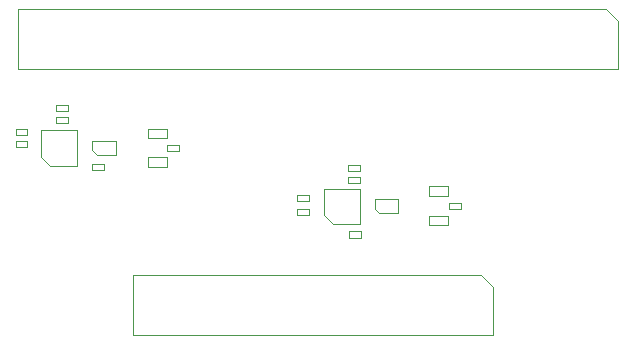
<source format=gbr>
%TF.GenerationSoftware,KiCad,Pcbnew,8.0.4*%
%TF.CreationDate,2024-08-02T21:30:08+02:00*%
%TF.ProjectId,HatV5,48617456-352e-46b6-9963-61645f706362,V2*%
%TF.SameCoordinates,Original*%
%TF.FileFunction,AssemblyDrawing,Bot*%
%FSLAX46Y46*%
G04 Gerber Fmt 4.6, Leading zero omitted, Abs format (unit mm)*
G04 Created by KiCad (PCBNEW 8.0.4) date 2024-08-02 21:30:08*
%MOMM*%
%LPD*%
G01*
G04 APERTURE LIST*
%ADD10C,0.100000*%
G04 APERTURE END LIST*
D10*
%TO.C,J5*%
X114192400Y-87809400D02*
X163992400Y-87809400D01*
X114192400Y-92889400D02*
X114192400Y-87809400D01*
X163992400Y-87809400D02*
X164992400Y-88809400D01*
X164992400Y-88809400D02*
X164992400Y-92889400D01*
X164992400Y-92889400D02*
X114192400Y-92889400D01*
%TO.C,C2*%
X117460778Y-96960822D02*
X118460778Y-96960822D01*
X117460778Y-97460822D02*
X117460778Y-96960822D01*
X118460778Y-96960822D02*
X118460778Y-97460822D01*
X118460778Y-97460822D02*
X117460778Y-97460822D01*
%TO.C,J6*%
X123932400Y-110349400D02*
X153412400Y-110349400D01*
X123932400Y-115429400D02*
X123932400Y-110349400D01*
X153412400Y-110349400D02*
X154412400Y-111349400D01*
X154412400Y-111349400D02*
X154412400Y-115429400D01*
X154412400Y-115429400D02*
X123932400Y-115429400D01*
%TO.C,C8*%
X137856978Y-104733222D02*
X138856978Y-104733222D01*
X137856978Y-105233222D02*
X137856978Y-104733222D01*
X138856978Y-104733222D02*
X138856978Y-105233222D01*
X138856978Y-105233222D02*
X137856978Y-105233222D01*
%TO.C,C5*%
X126858778Y-99294000D02*
X127858778Y-99294000D01*
X126858778Y-99794000D02*
X126858778Y-99294000D01*
X127858778Y-99294000D02*
X127858778Y-99794000D01*
X127858778Y-99794000D02*
X126858778Y-99794000D01*
%TO.C,C7*%
X142197778Y-102040822D02*
X143197778Y-102040822D01*
X142197778Y-102540822D02*
X142197778Y-102040822D01*
X143197778Y-102040822D02*
X143197778Y-102540822D01*
X143197778Y-102540822D02*
X142197778Y-102540822D01*
%TO.C,FL1*%
X120535400Y-98944000D02*
X120535400Y-99749000D01*
X120535400Y-99749000D02*
X120935400Y-100144000D01*
X122535400Y-98944000D02*
X120535400Y-98944000D01*
X122535400Y-98944000D02*
X122535400Y-100144000D01*
X122535400Y-100144000D02*
X120935400Y-100144000D01*
%TO.C,R6*%
X149000053Y-102808257D02*
X150600053Y-102808257D01*
X149000053Y-103633257D02*
X149000053Y-102808257D01*
X150600053Y-102808257D02*
X150600053Y-103633257D01*
X150600053Y-103633257D02*
X149000053Y-103633257D01*
%TO.C,R1*%
X120463600Y-100899600D02*
X121513600Y-100899600D01*
X120463600Y-101439600D02*
X120463600Y-100899600D01*
X121513600Y-100899600D02*
X121513600Y-101439600D01*
X121513600Y-101439600D02*
X120463600Y-101439600D01*
%TO.C,C6*%
X142169778Y-101024822D02*
X143169778Y-101024822D01*
X142169778Y-101524822D02*
X142169778Y-101024822D01*
X143169778Y-101024822D02*
X143169778Y-101524822D01*
X143169778Y-101524822D02*
X142169778Y-101524822D01*
%TO.C,U1*%
X116211800Y-98085000D02*
X119211800Y-98085000D01*
X116211800Y-100335000D02*
X116211800Y-98085000D01*
X116961800Y-101085000D02*
X116211800Y-100335000D01*
X119211800Y-98085000D02*
X119211800Y-101085000D01*
X119211800Y-101085000D02*
X116961800Y-101085000D01*
%TO.C,R5*%
X149037778Y-105307322D02*
X150637778Y-105307322D01*
X149037778Y-106132322D02*
X149037778Y-105307322D01*
X150637778Y-105307322D02*
X150637778Y-106132322D01*
X150637778Y-106132322D02*
X149037778Y-106132322D01*
%TO.C,C3*%
X114034378Y-97951422D02*
X115034378Y-97951422D01*
X114034378Y-98451422D02*
X114034378Y-97951422D01*
X115034378Y-97951422D02*
X115034378Y-98451422D01*
X115034378Y-98451422D02*
X114034378Y-98451422D01*
%TO.C,R2*%
X125210156Y-100354322D02*
X126810156Y-100354322D01*
X125210156Y-101179322D02*
X125210156Y-100354322D01*
X126810156Y-100354322D02*
X126810156Y-101179322D01*
X126810156Y-101179322D02*
X125210156Y-101179322D01*
%TO.C,R3*%
X125210156Y-97941322D02*
X126810156Y-97941322D01*
X125210156Y-98766322D02*
X125210156Y-97941322D01*
X126810156Y-97941322D02*
X126810156Y-98766322D01*
X126810156Y-98766322D02*
X125210156Y-98766322D01*
%TO.C,C4*%
X114034378Y-98967422D02*
X115034378Y-98967422D01*
X114034378Y-99467422D02*
X114034378Y-98967422D01*
X115034378Y-98967422D02*
X115034378Y-99467422D01*
X115034378Y-99467422D02*
X114034378Y-99467422D01*
%TO.C,C10*%
X150734778Y-104220200D02*
X151734778Y-104220200D01*
X150734778Y-104720200D02*
X150734778Y-104220200D01*
X151734778Y-104220200D02*
X151734778Y-104720200D01*
X151734778Y-104720200D02*
X150734778Y-104720200D01*
%TO.C,C9*%
X137856978Y-103590222D02*
X138856978Y-103590222D01*
X137856978Y-104090222D02*
X137856978Y-103590222D01*
X138856978Y-103590222D02*
X138856978Y-104090222D01*
X138856978Y-104090222D02*
X137856978Y-104090222D01*
%TO.C,R4*%
X142226178Y-106643622D02*
X143276178Y-106643622D01*
X142226178Y-107183622D02*
X142226178Y-106643622D01*
X143276178Y-106643622D02*
X143276178Y-107183622D01*
X143276178Y-107183622D02*
X142226178Y-107183622D01*
%TO.C,C1*%
X117460778Y-95944822D02*
X118460778Y-95944822D01*
X117460778Y-96444822D02*
X117460778Y-95944822D01*
X118460778Y-95944822D02*
X118460778Y-96444822D01*
X118460778Y-96444822D02*
X117460778Y-96444822D01*
%TO.C,FL2*%
X144420400Y-103911600D02*
X144420400Y-104716600D01*
X144420400Y-104716600D02*
X144820400Y-105111600D01*
X146420400Y-103911600D02*
X144420400Y-103911600D01*
X146420400Y-103911600D02*
X146420400Y-105111600D01*
X146420400Y-105111600D02*
X144820400Y-105111600D01*
%TO.C,U3*%
X140145400Y-103011200D02*
X143145400Y-103011200D01*
X140145400Y-105261200D02*
X140145400Y-103011200D01*
X140895400Y-106011200D02*
X140145400Y-105261200D01*
X143145400Y-103011200D02*
X143145400Y-106011200D01*
X143145400Y-106011200D02*
X140895400Y-106011200D01*
%TD*%
M02*

</source>
